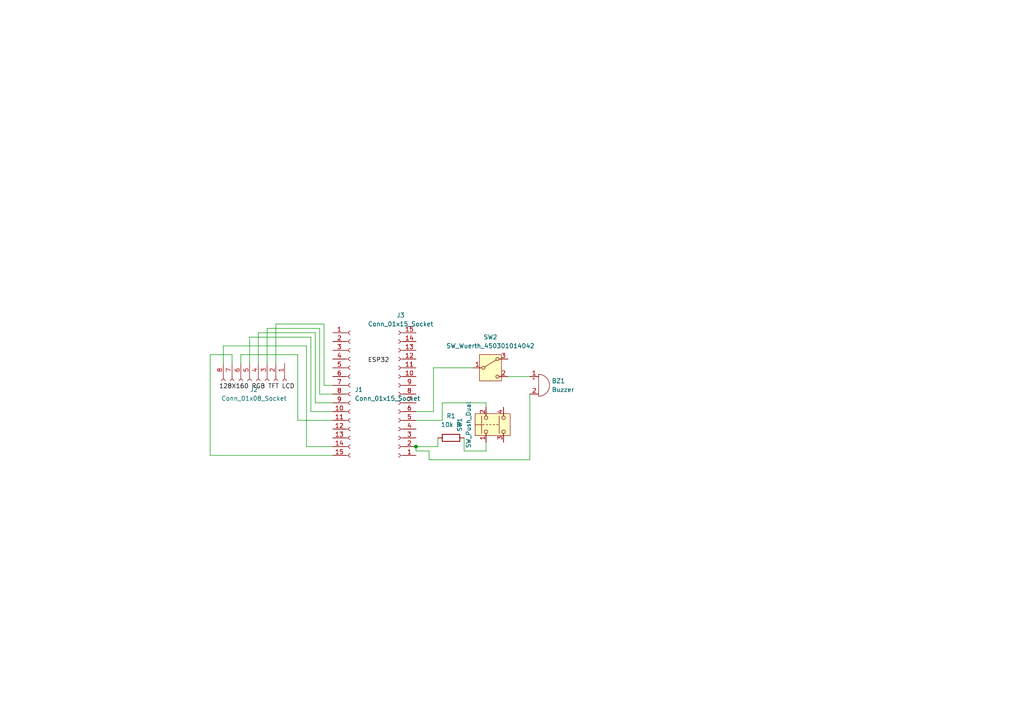
<source format=kicad_sch>
(kicad_sch (version 20250114) (generator "eeschema") (generator_version "9.0")
  (paper "A4")
  (lib_symbols
    (symbol "Connector:Conn_01x08_Socket" (pin_names (offset 1.016) (hide yes))
      (property "Reference" "J" (at 0 10.16 0))
      (property "Value" "Conn_01x08_Socket" (at 0 -12.7 0))
      (symbol "Conn_01x08_Socket_1_1"
        (polyline (pts (xy -1.27 7.62) (xy -0.508 7.62)) (stroke (width 0.1524)))
        (polyline (pts (xy -1.27 5.08) (xy -0.508 5.08)) (stroke (width 0.1524)))
        (polyline (pts (xy -1.27 2.54) (xy -0.508 2.54)) (stroke (width 0.1524)))
        (polyline (pts (xy -1.27 0) (xy -0.508 0)) (stroke (width 0.1524)))
        (polyline (pts (xy -1.27 -2.54) (xy -0.508 -2.54)) (stroke (width 0.1524)))
        (polyline (pts (xy -1.27 -5.08) (xy -0.508 -5.08)) (stroke (width 0.1524)))
        (polyline (pts (xy -1.27 -7.62) (xy -0.508 -7.62)) (stroke (width 0.1524)))
        (polyline (pts (xy -1.27 -10.16) (xy -0.508 -10.16)) (stroke (width 0.1524)))
        (arc (start 0 7.112) (mid -0.5058 7.62) (end 0 8.128) (stroke (width 0.1524)))
        (arc (start 0 4.572) (mid -0.5058 5.08) (end 0 5.588) (stroke (width 0.1524)))
        (arc (start 0 2.032) (mid -0.5058 2.54) (end 0 3.048) (stroke (width 0.1524)))
        (arc (start 0 -0.508) (mid -0.5058 0) (end 0 0.508) (stroke (width 0.1524)))
        (arc (start 0 -3.048) (mid -0.5058 -2.54) (end 0 -2.032) (stroke (width 0.1524)))
        (arc (start 0 -5.588) (mid -0.5058 -5.08) (end 0 -4.572) (stroke (width 0.1524)))
        (arc (start 0 -8.128) (mid -0.5058 -7.62) (end 0 -7.112) (stroke (width 0.1524)))
        (arc (start 0 -10.668) (mid -0.5058 -10.16) (end 0 -9.652) (stroke (width 0.1524)))
        (pin passive line (at -5.08 7.62 0) (length 3.81) (name "Pin_1") (number "1"))
        (pin passive line (at -5.08 5.08 0) (length 3.81) (name "Pin_2") (number "2"))
        (pin passive line (at -5.08 2.54 0) (length 3.81) (name "Pin_3") (number "3"))
        (pin passive line (at -5.08 0 0) (length 3.81) (name "Pin_4") (number "4"))
        (pin passive line (at -5.08 -2.54 0) (length 3.81) (name "Pin_5") (number "5"))
        (pin passive line (at -5.08 -5.08 0) (length 3.81) (name "Pin_6") (number "6"))
        (pin passive line (at -5.08 -7.62 0) (length 3.81) (name "Pin_7") (number "7"))
        (pin passive line (at -5.08 -10.16 0) (length 3.81) (name "Pin_8") (number "8"))
      )
    )
    (symbol "Connector:Conn_01x15_Socket" (pin_names (offset 1.016) (hide yes))
      (property "Reference" "J" (at 0 20.32 0))
      (property "Value" "Conn_01x15_Socket" (at 0 -20.32 0))
      (symbol "Conn_01x15_Socket_1_1"
        (polyline (pts (xy -1.27 17.78) (xy -0.508 17.78)) (stroke (width 0.1524)))
        (polyline (pts (xy -1.27 15.24) (xy -0.508 15.24)) (stroke (width 0.1524)))
        (polyline (pts (xy -1.27 12.7) (xy -0.508 12.7)) (stroke (width 0.1524)))
        (polyline (pts (xy -1.27 10.16) (xy -0.508 10.16)) (stroke (width 0.1524)))
        (polyline (pts (xy -1.27 7.62) (xy -0.508 7.62)) (stroke (width 0.1524)))
        (polyline (pts (xy -1.27 5.08) (xy -0.508 5.08)) (stroke (width 0.1524)))
        (polyline (pts (xy -1.27 2.54) (xy -0.508 2.54)) (stroke (width 0.1524)))
        (polyline (pts (xy -1.27 0) (xy -0.508 0)) (stroke (width 0.1524)))
        (polyline (pts (xy -1.27 -2.54) (xy -0.508 -2.54)) (stroke (width 0.1524)))
        (polyline (pts (xy -1.27 -5.08) (xy -0.508 -5.08)) (stroke (width 0.1524)))
        (polyline (pts (xy -1.27 -7.62) (xy -0.508 -7.62)) (stroke (width 0.1524)))
        (polyline (pts (xy -1.27 -10.16) (xy -0.508 -10.16)) (stroke (width 0.1524)))
        (polyline (pts (xy -1.27 -12.7) (xy -0.508 -12.7)) (stroke (width 0.1524)))
        (polyline (pts (xy -1.27 -15.24) (xy -0.508 -15.24)) (stroke (width 0.1524)))
        (polyline (pts (xy -1.27 -17.78) (xy -0.508 -17.78)) (stroke (width 0.1524)))
        (arc (start 0 17.272) (mid -0.5058 17.78) (end 0 18.288) (stroke (width 0.1524)))
        (arc (start 0 14.732) (mid -0.5058 15.24) (end 0 15.748) (stroke (width 0.1524)))
        (arc (start 0 12.192) (mid -0.5058 12.7) (end 0 13.208) (stroke (width 0.1524)))
        (arc (start 0 9.652) (mid -0.5058 10.16) (end 0 10.668) (stroke (width 0.1524)))
        (arc (start 0 7.112) (mid -0.5058 7.62) (end 0 8.128) (stroke (width 0.1524)))
        (arc (start 0 4.572) (mid -0.5058 5.08) (end 0 5.588) (stroke (width 0.1524)))
        (arc (start 0 2.032) (mid -0.5058 2.54) (end 0 3.048) (stroke (width 0.1524)))
        (arc (start 0 -0.508) (mid -0.5058 0) (end 0 0.508) (stroke (width 0.1524)))
        (arc (start 0 -3.048) (mid -0.5058 -2.54) (end 0 -2.032) (stroke (width 0.1524)))
        (arc (start 0 -5.588) (mid -0.5058 -5.08) (end 0 -4.572) (stroke (width 0.1524)))
        (arc (start 0 -8.128) (mid -0.5058 -7.62) (end 0 -7.112) (stroke (width 0.1524)))
        (arc (start 0 -10.668) (mid -0.5058 -10.16) (end 0 -9.652) (stroke (width 0.1524)))
        (arc (start 0 -13.208) (mid -0.5058 -12.7) (end 0 -12.192) (stroke (width 0.1524)))
        (arc (start 0 -15.748) (mid -0.5058 -15.24) (end 0 -14.732) (stroke (width 0.1524)))
        (arc (start 0 -18.288) (mid -0.5058 -17.78) (end 0 -17.272) (stroke (width 0.1524)))
        (pin passive line (at -5.08 17.78 0) (length 3.81) (name "Pin_1") (number "1"))
        (pin passive line (at -5.08 15.24 0) (length 3.81) (name "Pin_2") (number "2"))
        (pin passive line (at -5.08 12.7 0) (length 3.81) (name "Pin_3") (number "3"))
        (pin passive line (at -5.08 10.16 0) (length 3.81) (name "Pin_4") (number "4"))
        (pin passive line (at -5.08 7.62 0) (length 3.81) (name "Pin_5") (number "5"))
        (pin passive line (at -5.08 5.08 0) (length 3.81) (name "Pin_6") (number "6"))
        (pin passive line (at -5.08 2.54 0) (length 3.81) (name "Pin_7") (number "7"))
        (pin passive line (at -5.08 0 0) (length 3.81) (name "Pin_8") (number "8"))
        (pin passive line (at -5.08 -2.54 0) (length 3.81) (name "Pin_9") (number "9"))
        (pin passive line (at -5.08 -5.08 0) (length 3.81) (name "Pin_10") (number "10"))
        (pin passive line (at -5.08 -7.62 0) (length 3.81) (name "Pin_11") (number "11"))
        (pin passive line (at -5.08 -10.16 0) (length 3.81) (name "Pin_12") (number "12"))
        (pin passive line (at -5.08 -12.7 0) (length 3.81) (name "Pin_13") (number "13"))
        (pin passive line (at -5.08 -15.24 0) (length 3.81) (name "Pin_14") (number "14"))
        (pin passive line (at -5.08 -17.78 0) (length 3.81) (name "Pin_15") (number "15"))
      )
    )
    (symbol "Device:Buzzer" (pin_names (offset 0.0254) (hide yes))
      (property "Reference" "BZ" (at 3.81 1.27 0))
      (property "Value" "Buzzer" (at 3.81 -1.27 0))
      (symbol "Buzzer_0_1"
        (polyline (pts (xy -1.651 1.905) (xy -1.143 1.905)))
        (polyline (pts (xy -1.397 2.159) (xy -1.397 1.651)))
        (arc (start 0 3.175) (mid 3.1612 0) (end 0 -3.175))
        (polyline (pts (xy 0 3.175) (xy 0 -3.175)))
      )
      (symbol "Buzzer_1_1"
        (pin passive line (at -2.54 2.54 0) (length 2.54) (name "+") (number "1"))
        (pin passive line (at -2.54 -2.54 0) (length 2.54) (name "-") (number "2"))
      )
    )
    (symbol "Device:R" (pin_numbers (hide yes)) (pin_names (offset 0))
      (property "Reference" "R" (at 2.032 0 90))
      (property "Value" "R" (at 0 0 90))
      (symbol "R_0_1"
        (rectangle (start -1.016 -2.54) (end 1.016 2.54) (stroke (width 0.254)))
      )
      (symbol "R_1_1"
        (pin passive line (at 0 3.81 270) (length 1.27) (name "~") (number "1"))
        (pin passive line (at 0 -3.81 90) (length 1.27) (name "~") (number "2"))
      )
    )
    (symbol "Switch:SW_Push_Dual" (pin_names (offset 1.016) (hide yes))
      (property "Reference" "SW" (at 0 7.62 0))
      (property "Value" "SW_Push_Dual" (at 0 -6.35 0))
      (symbol "SW_Push_Dual_0_1"
        (circle (center -2.032 2.54) (radius 0.508))
        (circle (center -2.032 -2.54) (radius 0.508))
        (polyline (pts (xy 0 3.81) (xy 0 5.588)))
        (polyline (pts (xy 0 3.048) (xy 0 3.556)))
        (polyline (pts (xy 0 2.032) (xy 0 2.54)))
        (polyline (pts (xy 0 1.016) (xy 0 1.524)))
        (polyline (pts (xy 0 0.508) (xy 0 0)))
        (polyline (pts (xy 0 -0.508) (xy 0 -1.016)))
        (circle (center 2.032 2.54) (radius 0.508))
        (circle (center 2.032 -2.54) (radius 0.508))
        (polyline (pts (xy 2.54 3.81) (xy -2.54 3.81)))
        (polyline (pts (xy 2.54 -1.27) (xy -2.54 -1.27)))
        (pin passive line (at -5.08 2.54 0) (length 2.54) (name "1") (number "1"))
        (pin passive line (at -5.08 -2.54 0) (length 2.54) (name "3") (number "3"))
        (pin passive line (at 5.08 2.54 180) (length 2.54) (name "2") (number "2"))
        (pin passive line (at 5.08 -2.54 180) (length 2.54) (name "4") (number "4"))
      )
      (symbol "SW_Push_Dual_1_1"
        (rectangle (start -3.175 5.715) (end 3.175 -4.445) (fill (type background)))
      )
    )
    (symbol "Switch:SW_Wuerth_450301014042" (pin_names (offset 1) (hide yes))
      (property "Reference" "SW" (at 0 5.08 0))
      (property "Value" "SW_Wuerth_450301014042" (at 0 -5.08 0))
      (symbol "SW_Wuerth_450301014042_0_1"
        (circle (center -2.032 0) (radius 0.4572))
        (polyline (pts (xy -1.651 0.254) (xy 1.651 2.286)))
        (circle (center 2.032 2.54) (radius 0.4572))
        (circle (center 2.032 -2.54) (radius 0.4572))
      )
      (symbol "SW_Wuerth_450301014042_1_1"
        (rectangle (start -3.175 3.81) (end 3.175 -3.81) (fill (type background)))
        (pin passive line (at -5.08 0 0) (length 2.54) (name "B") (number "1"))
        (pin passive line (at 5.08 2.54 180) (length 2.54) (name "A") (number "3"))
        (pin passive line (at 5.08 -2.54 180) (length 2.54) (name "C") (number "2"))
      )
    )
  )
  (junction (at 120.65 129.54))
  (wire (pts (xy 96.52 119.38) (xy 90.17 119.38)))
  (wire (pts (xy 92.71 114.3) (xy 92.71 95.25)))
  (wire (pts (xy 77.47 95.25) (xy 77.47 105.41)))
  (wire (pts (xy 127 127) (xy 127 129.54)))
  (wire (pts (xy 93.98 111.76) (xy 93.98 93.98)))
  (wire (pts (xy 91.44 116.84) (xy 91.44 96.52)))
  (wire (pts (xy 74.93 96.52) (xy 74.93 105.41)))
  (wire (pts (xy 96.52 114.3) (xy 92.71 114.3)))
  (wire (pts (xy 92.71 95.25) (xy 77.47 95.25)))
  (wire (pts (xy 120.65 129.54) (xy 127 129.54)))
  (wire (pts (xy 128.27 116.84) (xy 128.27 121.92)))
  (wire (pts (xy 86.36 102.87) (xy 69.85 102.87)))
  (wire (pts (xy 124.46 130.81) (xy 120.65 130.81)))
  (wire (pts (xy 125.73 119.38) (xy 125.73 106.68)))
  (wire (pts (xy 124.46 133.35) (xy 124.46 130.81)))
  (wire (pts (xy 96.52 111.76) (xy 93.98 111.76)))
  (wire (pts (xy 134.62 130.81) (xy 134.62 127)))
  (wire (pts (xy 147.32 109.22) (xy 153.67 109.22)))
  (wire (pts (xy 91.44 96.52) (xy 74.93 96.52)))
  (wire (pts (xy 120.65 130.81) (xy 120.65 129.54)))
  (wire (pts (xy 90.17 97.79) (xy 72.39 97.79)))
  (wire (pts (xy 96.52 129.54) (xy 88.9 129.54)))
  (wire (pts (xy 72.39 97.79) (xy 72.39 105.41)))
  (wire (pts (xy 140.97 128.27) (xy 140.97 130.81)))
  (wire (pts (xy 88.9 100.33) (xy 64.77 100.33)))
  (wire (pts (xy 67.31 102.87) (xy 67.31 105.41)))
  (wire (pts (xy 128.27 116.84) (xy 140.97 116.84)))
  (wire (pts (xy 96.52 132.08) (xy 60.96 132.08)))
  (wire (pts (xy 60.96 102.87) (xy 67.31 102.87)))
  (wire (pts (xy 60.96 132.08) (xy 60.96 102.87)))
  (wire (pts (xy 93.98 93.98) (xy 80.01 93.98)))
  (wire (pts (xy 125.73 106.68) (xy 137.16 106.68)))
  (wire (pts (xy 153.67 114.3) (xy 153.67 133.35)))
  (wire (pts (xy 86.36 121.92) (xy 86.36 102.87)))
  (wire (pts (xy 140.97 116.84) (xy 140.97 118.11)))
  (wire (pts (xy 128.27 121.92) (xy 120.65 121.92)))
  (wire (pts (xy 153.67 133.35) (xy 124.46 133.35)))
  (wire (pts (xy 96.52 116.84) (xy 91.44 116.84)))
  (wire (pts (xy 140.97 130.81) (xy 134.62 130.81)))
  (wire (pts (xy 120.65 119.38) (xy 125.73 119.38)))
  (wire (pts (xy 80.01 93.98) (xy 80.01 105.41)))
  (wire (pts (xy 90.17 119.38) (xy 90.17 97.79)))
  (wire (pts (xy 96.52 121.92) (xy 86.36 121.92)))
  (wire (pts (xy 64.77 100.33) (xy 64.77 105.41)))
  (wire (pts (xy 69.85 102.87) (xy 69.85 105.41)))
  (wire (pts (xy 88.9 129.54) (xy 88.9 100.33)))
  (label "ESP32" (at 106.68 105.41 0))
  (label "128X160 RGB TFT LCD" (at 63.5 113.03 0))
  (symbol (lib_id "Connector:Conn_01x15_Socket") (at 101.6 114.3 0) (unit 1)
    (property "Reference" "J1" (at 102.87 113.0299 0) (effects (justify left)))
    (property "Value" "Conn_01x15_Socket" (at 102.87 115.5699 0) (effects (justify left)))
    (property "Footprint" "Connector_PinSocket_2.54mm:PinSocket_1x15_P2.54mm_Vertical" (effects (hide yes)))
    (property "Description" "Generic connector, single row, 01x15, script generated" (effects (hide yes)))
  )
  (symbol (lib_id "Switch:SW_Wuerth_450301014042") (at 142.24 106.68 0) (unit 1)
    (property "Reference" "SW2" (at 142.24 97.79 0))
    (property "Value" "SW_Wuerth_450301014042" (at 142.24 100.33 0))
    (property "Footprint" "Button_Switch_THT:SW_Slide-03_Wuerth-WS-SLTV_10x2.5x6.4_P2.54mm" (effects (hide yes)))
    (property "Datasheet" "https://www.we-online.com/components/products/datasheet/450301014042.pdf" (effects (hide yes)))
    (property "Description" "Switch slide, single pole double throw" (effects (hide yes)))
  )
  (symbol (lib_id "Connector:Conn_01x08_Socket") (at 74.93 110.49 270) (unit 1)
    (property "Reference" "J2" (at 73.66 113.03 90))
    (property "Value" "Conn_01x08_Socket" (at 73.66 115.57 90))
    (property "Footprint" "Connector_PinSocket_2.54mm:PinSocket_1x08_P2.54mm_Vertical" (effects (hide yes)))
    (property "Description" "Generic connector, single row, 01x08, script generated" (effects (hide yes)))
  )
  (symbol (lib_id "Device:Buzzer") (at 156.21 111.76 0) (unit 1)
    (property "Reference" "BZ1" (at 160.02 110.4899 0) (effects (justify left)))
    (property "Value" "Buzzer" (at 160.02 113.0299 0) (effects (justify left)))
    (property "Footprint" "Buzzer_Beeper:Buzzer_12x9.5RM7.6" (effects (hide yes)))
    (property "Description" "Buzzer, polarized" (effects (hide yes)))
  )
  (symbol (lib_id "Switch:SW_Push_Dual") (at 143.51 123.19 90) (unit 1)
    (property "Reference" "SW1" (at 133.35 123.19 0))
    (property "Value" "SW_Push_Dual" (at 135.89 123.19 0))
    (property "Footprint" "Button_Switch_THT:Push_E-Switch_KS01Q01" (effects (hide yes)))
    (property "Description" "Push button switch, generic, symbol, four pins" (effects (hide yes)))
  )
  (symbol (lib_id "Connector:Conn_01x15_Socket") (at 115.57 114.3 180) (unit 1)
    (property "Reference" "J3" (at 116.205 91.44 0))
    (property "Value" "Conn_01x15_Socket" (at 116.205 93.98 0))
    (property "Footprint" "Connector_PinSocket_2.54mm:PinSocket_1x15_P2.54mm_Vertical" (effects (hide yes)))
    (property "Description" "Generic connector, single row, 01x15, script generated" (effects (hide yes)))
  )
  (symbol (lib_id "Device:R") (at 130.81 127 90) (unit 1)
    (property "Reference" "R1" (at 130.81 120.65 90))
    (property "Value" "10k R" (at 130.81 123.19 90))
    (property "Footprint" "Resistor_THT:R_Axial_DIN0204_L3.6mm_D1.6mm_P5.08mm_Horizontal" (effects (hide yes)))
    (property "Description" "Resistor" (effects (hide yes)))
  )
)
</source>
